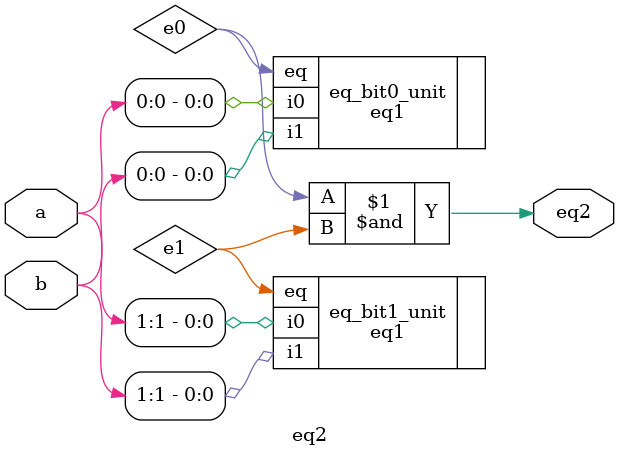
<source format=v>
module eq2(
    input wire[1:0] a,b,
    output wire eq2
);
wire e0,e1;
eq1 eq_bit0_unit (.i0(a[0]),.i1(b[0]),.eq(e0));
eq1 eq_bit1_unit(.i0(a[1]),.i1(b[1]),.eq(e1));
assign eq2 = e0 & e1 ;


endmodule
</source>
